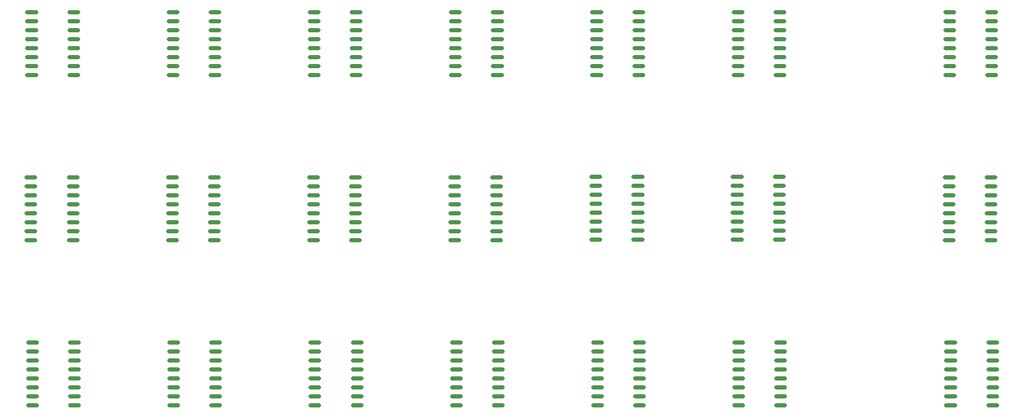
<source format=gbp>
G04 Layer: BottomPasteMaskLayer*
G04 EasyEDA v6.4.20.6, 2021-08-02T11:14:11+02:00*
G04 e7c21c1e6ca5491a88c75d15d8fd51ee,3e5df01c9dd74657a85989452aaa4bc1,10*
G04 Gerber Generator version 0.2*
G04 Scale: 100 percent, Rotated: No, Reflected: No *
G04 Dimensions in millimeters *
G04 leading zeros omitted , absolute positions ,4 integer and 5 decimal *
%FSLAX45Y45*%
%MOMM*%

%ADD15C,0.6000*%

%LPD*%
D15*
X11829232Y-9500108D02*
G01*
X11949231Y-9500108D01*
X11829232Y-9373108D02*
G01*
X11949231Y-9373108D01*
X11829232Y-9246108D02*
G01*
X11949231Y-9246108D01*
X11829232Y-9119108D02*
G01*
X11949231Y-9119108D01*
X11829232Y-8992108D02*
G01*
X11949231Y-8992108D01*
X11829232Y-8865108D02*
G01*
X11949231Y-8865108D01*
X11829232Y-8738108D02*
G01*
X11949231Y-8738108D01*
X11829232Y-8611108D02*
G01*
X11949231Y-8611108D01*
X12423592Y-9500108D02*
G01*
X12543591Y-9500108D01*
X12423592Y-9373108D02*
G01*
X12543591Y-9373108D01*
X12423592Y-9246108D02*
G01*
X12543591Y-9246108D01*
X12423592Y-9119108D02*
G01*
X12543591Y-9119108D01*
X12423592Y-8992108D02*
G01*
X12543591Y-8992108D01*
X12423592Y-8865108D02*
G01*
X12543591Y-8865108D01*
X12423592Y-8738108D02*
G01*
X12543591Y-8738108D01*
X12423592Y-8611108D02*
G01*
X12543591Y-8611108D01*
X11819072Y-11830304D02*
G01*
X11939071Y-11830304D01*
X11819072Y-11703304D02*
G01*
X11939071Y-11703304D01*
X11819072Y-11576304D02*
G01*
X11939071Y-11576304D01*
X11819072Y-11449304D02*
G01*
X11939071Y-11449304D01*
X11819072Y-11322304D02*
G01*
X11939071Y-11322304D01*
X11819072Y-11195304D02*
G01*
X11939071Y-11195304D01*
X11819072Y-11068304D02*
G01*
X11939071Y-11068304D01*
X11819072Y-10941304D02*
G01*
X11939071Y-10941304D01*
X12413686Y-11830304D02*
G01*
X12533685Y-11830304D01*
X12413686Y-11703304D02*
G01*
X12533685Y-11703304D01*
X12413686Y-11576304D02*
G01*
X12533685Y-11576304D01*
X12413686Y-11449304D02*
G01*
X12533685Y-11449304D01*
X12413686Y-11322304D02*
G01*
X12533685Y-11322304D01*
X12413686Y-11195304D02*
G01*
X12533685Y-11195304D01*
X12413686Y-11068304D02*
G01*
X12533685Y-11068304D01*
X12413686Y-10941304D02*
G01*
X12533685Y-10941304D01*
X11840916Y-14169897D02*
G01*
X11960915Y-14169897D01*
X11840916Y-14042897D02*
G01*
X11960915Y-14042897D01*
X11840916Y-13915897D02*
G01*
X11960915Y-13915897D01*
X11840916Y-13788897D02*
G01*
X11960915Y-13788897D01*
X11840916Y-13661897D02*
G01*
X11960915Y-13661897D01*
X11840916Y-13534897D02*
G01*
X11960915Y-13534897D01*
X11840916Y-13407897D02*
G01*
X11960915Y-13407897D01*
X11840916Y-13280897D02*
G01*
X11960915Y-13280897D01*
X12435276Y-14169897D02*
G01*
X12555275Y-14169897D01*
X12435276Y-14042897D02*
G01*
X12555275Y-14042897D01*
X12435276Y-13915897D02*
G01*
X12555275Y-13915897D01*
X12435276Y-13788897D02*
G01*
X12555275Y-13788897D01*
X12435276Y-13661897D02*
G01*
X12555275Y-13661897D01*
X12435276Y-13534897D02*
G01*
X12555275Y-13534897D01*
X12435276Y-13407897D02*
G01*
X12555275Y-13407897D01*
X12435276Y-13280897D02*
G01*
X12555275Y-13280897D01*
X9829236Y-9500108D02*
G01*
X9949235Y-9500108D01*
X9829236Y-9373108D02*
G01*
X9949235Y-9373108D01*
X9829236Y-9246108D02*
G01*
X9949235Y-9246108D01*
X9829236Y-9119108D02*
G01*
X9949235Y-9119108D01*
X9829236Y-8992108D02*
G01*
X9949235Y-8992108D01*
X9829236Y-8865108D02*
G01*
X9949235Y-8865108D01*
X9829236Y-8738108D02*
G01*
X9949235Y-8738108D01*
X9829236Y-8611108D02*
G01*
X9949235Y-8611108D01*
X10423596Y-9500108D02*
G01*
X10543595Y-9500108D01*
X10423596Y-9373108D02*
G01*
X10543595Y-9373108D01*
X10423596Y-9246108D02*
G01*
X10543595Y-9246108D01*
X10423596Y-9119108D02*
G01*
X10543595Y-9119108D01*
X10423596Y-8992108D02*
G01*
X10543595Y-8992108D01*
X10423596Y-8865108D02*
G01*
X10543595Y-8865108D01*
X10423596Y-8738108D02*
G01*
X10543595Y-8738108D01*
X10423596Y-8611108D02*
G01*
X10543595Y-8611108D01*
X9819076Y-11830304D02*
G01*
X9939075Y-11830304D01*
X9819076Y-11703304D02*
G01*
X9939075Y-11703304D01*
X9819076Y-11576304D02*
G01*
X9939075Y-11576304D01*
X9819076Y-11449304D02*
G01*
X9939075Y-11449304D01*
X9819076Y-11322304D02*
G01*
X9939075Y-11322304D01*
X9819076Y-11195304D02*
G01*
X9939075Y-11195304D01*
X9819076Y-11068304D02*
G01*
X9939075Y-11068304D01*
X9819076Y-10941304D02*
G01*
X9939075Y-10941304D01*
X10413690Y-11830304D02*
G01*
X10533689Y-11830304D01*
X10413690Y-11703304D02*
G01*
X10533689Y-11703304D01*
X10413690Y-11576304D02*
G01*
X10533689Y-11576304D01*
X10413690Y-11449304D02*
G01*
X10533689Y-11449304D01*
X10413690Y-11322304D02*
G01*
X10533689Y-11322304D01*
X10413690Y-11195304D02*
G01*
X10533689Y-11195304D01*
X10413690Y-11068304D02*
G01*
X10533689Y-11068304D01*
X10413690Y-10941304D02*
G01*
X10533689Y-10941304D01*
X9840920Y-14169897D02*
G01*
X9960919Y-14169897D01*
X9840920Y-14042897D02*
G01*
X9960919Y-14042897D01*
X9840920Y-13915897D02*
G01*
X9960919Y-13915897D01*
X9840920Y-13788897D02*
G01*
X9960919Y-13788897D01*
X9840920Y-13661897D02*
G01*
X9960919Y-13661897D01*
X9840920Y-13534897D02*
G01*
X9960919Y-13534897D01*
X9840920Y-13407897D02*
G01*
X9960919Y-13407897D01*
X9840920Y-13280897D02*
G01*
X9960919Y-13280897D01*
X10435280Y-14169897D02*
G01*
X10555279Y-14169897D01*
X10435280Y-14042897D02*
G01*
X10555279Y-14042897D01*
X10435280Y-13915897D02*
G01*
X10555279Y-13915897D01*
X10435280Y-13788897D02*
G01*
X10555279Y-13788897D01*
X10435280Y-13661897D02*
G01*
X10555279Y-13661897D01*
X10435280Y-13534897D02*
G01*
X10555279Y-13534897D01*
X10435280Y-13407897D02*
G01*
X10555279Y-13407897D01*
X10435280Y-13280897D02*
G01*
X10555279Y-13280897D01*
X15829224Y-9500108D02*
G01*
X15949223Y-9500108D01*
X15829224Y-9373108D02*
G01*
X15949223Y-9373108D01*
X15829224Y-9246108D02*
G01*
X15949223Y-9246108D01*
X15829224Y-9119108D02*
G01*
X15949223Y-9119108D01*
X15829224Y-8992108D02*
G01*
X15949223Y-8992108D01*
X15829224Y-8865108D02*
G01*
X15949223Y-8865108D01*
X15829224Y-8738108D02*
G01*
X15949223Y-8738108D01*
X15829224Y-8611108D02*
G01*
X15949223Y-8611108D01*
X16423584Y-9500108D02*
G01*
X16543583Y-9500108D01*
X16423584Y-9373108D02*
G01*
X16543583Y-9373108D01*
X16423584Y-9246108D02*
G01*
X16543583Y-9246108D01*
X16423584Y-9119108D02*
G01*
X16543583Y-9119108D01*
X16423584Y-8992108D02*
G01*
X16543583Y-8992108D01*
X16423584Y-8865108D02*
G01*
X16543583Y-8865108D01*
X16423584Y-8738108D02*
G01*
X16543583Y-8738108D01*
X16423584Y-8611108D02*
G01*
X16543583Y-8611108D01*
X15819064Y-11830304D02*
G01*
X15939063Y-11830304D01*
X15819064Y-11703304D02*
G01*
X15939063Y-11703304D01*
X15819064Y-11576304D02*
G01*
X15939063Y-11576304D01*
X15819064Y-11449304D02*
G01*
X15939063Y-11449304D01*
X15819064Y-11322304D02*
G01*
X15939063Y-11322304D01*
X15819064Y-11195304D02*
G01*
X15939063Y-11195304D01*
X15819064Y-11068304D02*
G01*
X15939063Y-11068304D01*
X15819064Y-10941304D02*
G01*
X15939063Y-10941304D01*
X16413678Y-11830304D02*
G01*
X16533677Y-11830304D01*
X16413678Y-11703304D02*
G01*
X16533677Y-11703304D01*
X16413678Y-11576304D02*
G01*
X16533677Y-11576304D01*
X16413678Y-11449304D02*
G01*
X16533677Y-11449304D01*
X16413678Y-11322304D02*
G01*
X16533677Y-11322304D01*
X16413678Y-11195304D02*
G01*
X16533677Y-11195304D01*
X16413678Y-11068304D02*
G01*
X16533677Y-11068304D01*
X16413678Y-10941304D02*
G01*
X16533677Y-10941304D01*
X15840908Y-14169897D02*
G01*
X15960907Y-14169897D01*
X15840908Y-14042897D02*
G01*
X15960907Y-14042897D01*
X15840908Y-13915897D02*
G01*
X15960907Y-13915897D01*
X15840908Y-13788897D02*
G01*
X15960907Y-13788897D01*
X15840908Y-13661897D02*
G01*
X15960907Y-13661897D01*
X15840908Y-13534897D02*
G01*
X15960907Y-13534897D01*
X15840908Y-13407897D02*
G01*
X15960907Y-13407897D01*
X15840908Y-13280897D02*
G01*
X15960907Y-13280897D01*
X16435268Y-14169897D02*
G01*
X16555267Y-14169897D01*
X16435268Y-14042897D02*
G01*
X16555267Y-14042897D01*
X16435268Y-13915897D02*
G01*
X16555267Y-13915897D01*
X16435268Y-13788897D02*
G01*
X16555267Y-13788897D01*
X16435268Y-13661897D02*
G01*
X16555267Y-13661897D01*
X16435268Y-13534897D02*
G01*
X16555267Y-13534897D01*
X16435268Y-13407897D02*
G01*
X16555267Y-13407897D01*
X16435268Y-13280897D02*
G01*
X16555267Y-13280897D01*
X13829228Y-9500108D02*
G01*
X13949227Y-9500108D01*
X13829228Y-9373108D02*
G01*
X13949227Y-9373108D01*
X13829228Y-9246108D02*
G01*
X13949227Y-9246108D01*
X13829228Y-9119108D02*
G01*
X13949227Y-9119108D01*
X13829228Y-8992108D02*
G01*
X13949227Y-8992108D01*
X13829228Y-8865108D02*
G01*
X13949227Y-8865108D01*
X13829228Y-8738108D02*
G01*
X13949227Y-8738108D01*
X13829228Y-8611108D02*
G01*
X13949227Y-8611108D01*
X14423588Y-9500108D02*
G01*
X14543587Y-9500108D01*
X14423588Y-9373108D02*
G01*
X14543587Y-9373108D01*
X14423588Y-9246108D02*
G01*
X14543587Y-9246108D01*
X14423588Y-9119108D02*
G01*
X14543587Y-9119108D01*
X14423588Y-8992108D02*
G01*
X14543587Y-8992108D01*
X14423588Y-8865108D02*
G01*
X14543587Y-8865108D01*
X14423588Y-8738108D02*
G01*
X14543587Y-8738108D01*
X14423588Y-8611108D02*
G01*
X14543587Y-8611108D01*
X13819068Y-11830304D02*
G01*
X13939067Y-11830304D01*
X13819068Y-11703304D02*
G01*
X13939067Y-11703304D01*
X13819068Y-11576304D02*
G01*
X13939067Y-11576304D01*
X13819068Y-11449304D02*
G01*
X13939067Y-11449304D01*
X13819068Y-11322304D02*
G01*
X13939067Y-11322304D01*
X13819068Y-11195304D02*
G01*
X13939067Y-11195304D01*
X13819068Y-11068304D02*
G01*
X13939067Y-11068304D01*
X13819068Y-10941304D02*
G01*
X13939067Y-10941304D01*
X14413682Y-11830304D02*
G01*
X14533681Y-11830304D01*
X14413682Y-11703304D02*
G01*
X14533681Y-11703304D01*
X14413682Y-11576304D02*
G01*
X14533681Y-11576304D01*
X14413682Y-11449304D02*
G01*
X14533681Y-11449304D01*
X14413682Y-11322304D02*
G01*
X14533681Y-11322304D01*
X14413682Y-11195304D02*
G01*
X14533681Y-11195304D01*
X14413682Y-11068304D02*
G01*
X14533681Y-11068304D01*
X14413682Y-10941304D02*
G01*
X14533681Y-10941304D01*
X13840912Y-14169897D02*
G01*
X13960911Y-14169897D01*
X13840912Y-14042897D02*
G01*
X13960911Y-14042897D01*
X13840912Y-13915897D02*
G01*
X13960911Y-13915897D01*
X13840912Y-13788897D02*
G01*
X13960911Y-13788897D01*
X13840912Y-13661897D02*
G01*
X13960911Y-13661897D01*
X13840912Y-13534897D02*
G01*
X13960911Y-13534897D01*
X13840912Y-13407897D02*
G01*
X13960911Y-13407897D01*
X13840912Y-13280897D02*
G01*
X13960911Y-13280897D01*
X14435272Y-14169897D02*
G01*
X14555271Y-14169897D01*
X14435272Y-14042897D02*
G01*
X14555271Y-14042897D01*
X14435272Y-13915897D02*
G01*
X14555271Y-13915897D01*
X14435272Y-13788897D02*
G01*
X14555271Y-13788897D01*
X14435272Y-13661897D02*
G01*
X14555271Y-13661897D01*
X14435272Y-13534897D02*
G01*
X14555271Y-13534897D01*
X14435272Y-13407897D02*
G01*
X14555271Y-13407897D01*
X14435272Y-13280897D02*
G01*
X14555271Y-13280897D01*
X17829220Y-9499854D02*
G01*
X17949219Y-9499854D01*
X17829220Y-9372854D02*
G01*
X17949219Y-9372854D01*
X17829220Y-9245854D02*
G01*
X17949219Y-9245854D01*
X17829220Y-9118854D02*
G01*
X17949219Y-9118854D01*
X17829220Y-8991854D02*
G01*
X17949219Y-8991854D01*
X17829220Y-8864854D02*
G01*
X17949219Y-8864854D01*
X17829220Y-8737854D02*
G01*
X17949219Y-8737854D01*
X17829220Y-8610854D02*
G01*
X17949219Y-8610854D01*
X18423580Y-9499854D02*
G01*
X18543579Y-9499854D01*
X18423580Y-9372854D02*
G01*
X18543579Y-9372854D01*
X18423580Y-9245854D02*
G01*
X18543579Y-9245854D01*
X18423580Y-9118854D02*
G01*
X18543579Y-9118854D01*
X18423580Y-8991854D02*
G01*
X18543579Y-8991854D01*
X18423580Y-8864854D02*
G01*
X18543579Y-8864854D01*
X18423580Y-8737854D02*
G01*
X18543579Y-8737854D01*
X18423580Y-8610854D02*
G01*
X18543579Y-8610854D01*
X17819060Y-11830050D02*
G01*
X17939059Y-11830050D01*
X17819060Y-11703050D02*
G01*
X17939059Y-11703050D01*
X17819060Y-11576050D02*
G01*
X17939059Y-11576050D01*
X17819060Y-11449050D02*
G01*
X17939059Y-11449050D01*
X17819060Y-11322050D02*
G01*
X17939059Y-11322050D01*
X17819060Y-11195050D02*
G01*
X17939059Y-11195050D01*
X17819060Y-11068050D02*
G01*
X17939059Y-11068050D01*
X17819060Y-10941050D02*
G01*
X17939059Y-10941050D01*
X18413674Y-11830050D02*
G01*
X18533673Y-11830050D01*
X18413674Y-11703050D02*
G01*
X18533673Y-11703050D01*
X18413674Y-11576050D02*
G01*
X18533673Y-11576050D01*
X18413674Y-11449050D02*
G01*
X18533673Y-11449050D01*
X18413674Y-11322050D02*
G01*
X18533673Y-11322050D01*
X18413674Y-11195050D02*
G01*
X18533673Y-11195050D01*
X18413674Y-11068050D02*
G01*
X18533673Y-11068050D01*
X18413674Y-10941050D02*
G01*
X18533673Y-10941050D01*
X17840904Y-14169644D02*
G01*
X17960903Y-14169644D01*
X17840904Y-14042644D02*
G01*
X17960903Y-14042644D01*
X17840904Y-13915644D02*
G01*
X17960903Y-13915644D01*
X17840904Y-13788644D02*
G01*
X17960903Y-13788644D01*
X17840904Y-13661644D02*
G01*
X17960903Y-13661644D01*
X17840904Y-13534644D02*
G01*
X17960903Y-13534644D01*
X17840904Y-13407644D02*
G01*
X17960903Y-13407644D01*
X17840904Y-13280644D02*
G01*
X17960903Y-13280644D01*
X18435264Y-14169644D02*
G01*
X18555263Y-14169644D01*
X18435264Y-14042644D02*
G01*
X18555263Y-14042644D01*
X18435264Y-13915644D02*
G01*
X18555263Y-13915644D01*
X18435264Y-13788644D02*
G01*
X18555263Y-13788644D01*
X18435264Y-13661644D02*
G01*
X18555263Y-13661644D01*
X18435264Y-13534644D02*
G01*
X18555263Y-13534644D01*
X18435264Y-13407644D02*
G01*
X18555263Y-13407644D01*
X18435264Y-13280644D02*
G01*
X18555263Y-13280644D01*
X22829464Y-9499854D02*
G01*
X22949463Y-9499854D01*
X22829464Y-9372854D02*
G01*
X22949463Y-9372854D01*
X22829464Y-9245854D02*
G01*
X22949463Y-9245854D01*
X22829464Y-9118854D02*
G01*
X22949463Y-9118854D01*
X22829464Y-8991854D02*
G01*
X22949463Y-8991854D01*
X22829464Y-8864854D02*
G01*
X22949463Y-8864854D01*
X22829464Y-8737854D02*
G01*
X22949463Y-8737854D01*
X22829464Y-8610854D02*
G01*
X22949463Y-8610854D01*
X23423824Y-9499854D02*
G01*
X23543823Y-9499854D01*
X23423824Y-9372854D02*
G01*
X23543823Y-9372854D01*
X23423824Y-9245854D02*
G01*
X23543823Y-9245854D01*
X23423824Y-9118854D02*
G01*
X23543823Y-9118854D01*
X23423824Y-8991854D02*
G01*
X23543823Y-8991854D01*
X23423824Y-8864854D02*
G01*
X23543823Y-8864854D01*
X23423824Y-8737854D02*
G01*
X23543823Y-8737854D01*
X23423824Y-8610854D02*
G01*
X23543823Y-8610854D01*
X22819304Y-11830304D02*
G01*
X22939303Y-11830304D01*
X22819304Y-11703304D02*
G01*
X22939303Y-11703304D01*
X22819304Y-11576304D02*
G01*
X22939303Y-11576304D01*
X22819304Y-11449304D02*
G01*
X22939303Y-11449304D01*
X22819304Y-11322304D02*
G01*
X22939303Y-11322304D01*
X22819304Y-11195304D02*
G01*
X22939303Y-11195304D01*
X22819304Y-11068304D02*
G01*
X22939303Y-11068304D01*
X22819304Y-10941304D02*
G01*
X22939303Y-10941304D01*
X23413918Y-11830304D02*
G01*
X23533917Y-11830304D01*
X23413918Y-11703304D02*
G01*
X23533917Y-11703304D01*
X23413918Y-11576304D02*
G01*
X23533917Y-11576304D01*
X23413918Y-11449304D02*
G01*
X23533917Y-11449304D01*
X23413918Y-11322304D02*
G01*
X23533917Y-11322304D01*
X23413918Y-11195304D02*
G01*
X23533917Y-11195304D01*
X23413918Y-11068304D02*
G01*
X23533917Y-11068304D01*
X23413918Y-10941304D02*
G01*
X23533917Y-10941304D01*
X22841148Y-14169897D02*
G01*
X22961147Y-14169897D01*
X22841148Y-14042897D02*
G01*
X22961147Y-14042897D01*
X22841148Y-13915897D02*
G01*
X22961147Y-13915897D01*
X22841148Y-13788897D02*
G01*
X22961147Y-13788897D01*
X22841148Y-13661897D02*
G01*
X22961147Y-13661897D01*
X22841148Y-13534897D02*
G01*
X22961147Y-13534897D01*
X22841148Y-13407897D02*
G01*
X22961147Y-13407897D01*
X22841148Y-13280897D02*
G01*
X22961147Y-13280897D01*
X23435508Y-14169897D02*
G01*
X23555507Y-14169897D01*
X23435508Y-14042897D02*
G01*
X23555507Y-14042897D01*
X23435508Y-13915897D02*
G01*
X23555507Y-13915897D01*
X23435508Y-13788897D02*
G01*
X23555507Y-13788897D01*
X23435508Y-13661897D02*
G01*
X23555507Y-13661897D01*
X23435508Y-13534897D02*
G01*
X23555507Y-13534897D01*
X23435508Y-13407897D02*
G01*
X23555507Y-13407897D01*
X23435508Y-13280897D02*
G01*
X23555507Y-13280897D01*
X19829216Y-9499854D02*
G01*
X19949215Y-9499854D01*
X19829216Y-9372854D02*
G01*
X19949215Y-9372854D01*
X19829216Y-9245854D02*
G01*
X19949215Y-9245854D01*
X19829216Y-9118854D02*
G01*
X19949215Y-9118854D01*
X19829216Y-8991854D02*
G01*
X19949215Y-8991854D01*
X19829216Y-8864854D02*
G01*
X19949215Y-8864854D01*
X19829216Y-8737854D02*
G01*
X19949215Y-8737854D01*
X19829216Y-8610854D02*
G01*
X19949215Y-8610854D01*
X20423576Y-9499854D02*
G01*
X20543575Y-9499854D01*
X20423576Y-9372854D02*
G01*
X20543575Y-9372854D01*
X20423576Y-9245854D02*
G01*
X20543575Y-9245854D01*
X20423576Y-9118854D02*
G01*
X20543575Y-9118854D01*
X20423576Y-8991854D02*
G01*
X20543575Y-8991854D01*
X20423576Y-8864854D02*
G01*
X20543575Y-8864854D01*
X20423576Y-8737854D02*
G01*
X20543575Y-8737854D01*
X20423576Y-8610854D02*
G01*
X20543575Y-8610854D01*
X19819056Y-11830050D02*
G01*
X19939055Y-11830050D01*
X19819056Y-11703050D02*
G01*
X19939055Y-11703050D01*
X19819056Y-11576050D02*
G01*
X19939055Y-11576050D01*
X19819056Y-11449050D02*
G01*
X19939055Y-11449050D01*
X19819056Y-11322050D02*
G01*
X19939055Y-11322050D01*
X19819056Y-11195050D02*
G01*
X19939055Y-11195050D01*
X19819056Y-11068050D02*
G01*
X19939055Y-11068050D01*
X19819056Y-10941050D02*
G01*
X19939055Y-10941050D01*
X20413670Y-11830050D02*
G01*
X20533669Y-11830050D01*
X20413670Y-11703050D02*
G01*
X20533669Y-11703050D01*
X20413670Y-11576050D02*
G01*
X20533669Y-11576050D01*
X20413670Y-11449050D02*
G01*
X20533669Y-11449050D01*
X20413670Y-11322050D02*
G01*
X20533669Y-11322050D01*
X20413670Y-11195050D02*
G01*
X20533669Y-11195050D01*
X20413670Y-11068050D02*
G01*
X20533669Y-11068050D01*
X20413670Y-10941050D02*
G01*
X20533669Y-10941050D01*
X19840900Y-14169644D02*
G01*
X19960899Y-14169644D01*
X19840900Y-14042644D02*
G01*
X19960899Y-14042644D01*
X19840900Y-13915644D02*
G01*
X19960899Y-13915644D01*
X19840900Y-13788644D02*
G01*
X19960899Y-13788644D01*
X19840900Y-13661644D02*
G01*
X19960899Y-13661644D01*
X19840900Y-13534644D02*
G01*
X19960899Y-13534644D01*
X19840900Y-13407644D02*
G01*
X19960899Y-13407644D01*
X19840900Y-13280644D02*
G01*
X19960899Y-13280644D01*
X20435260Y-14169644D02*
G01*
X20555259Y-14169644D01*
X20435260Y-14042644D02*
G01*
X20555259Y-14042644D01*
X20435260Y-13915644D02*
G01*
X20555259Y-13915644D01*
X20435260Y-13788644D02*
G01*
X20555259Y-13788644D01*
X20435260Y-13661644D02*
G01*
X20555259Y-13661644D01*
X20435260Y-13534644D02*
G01*
X20555259Y-13534644D01*
X20435260Y-13407644D02*
G01*
X20555259Y-13407644D01*
X20435260Y-13280644D02*
G01*
X20555259Y-13280644D01*
M02*

</source>
